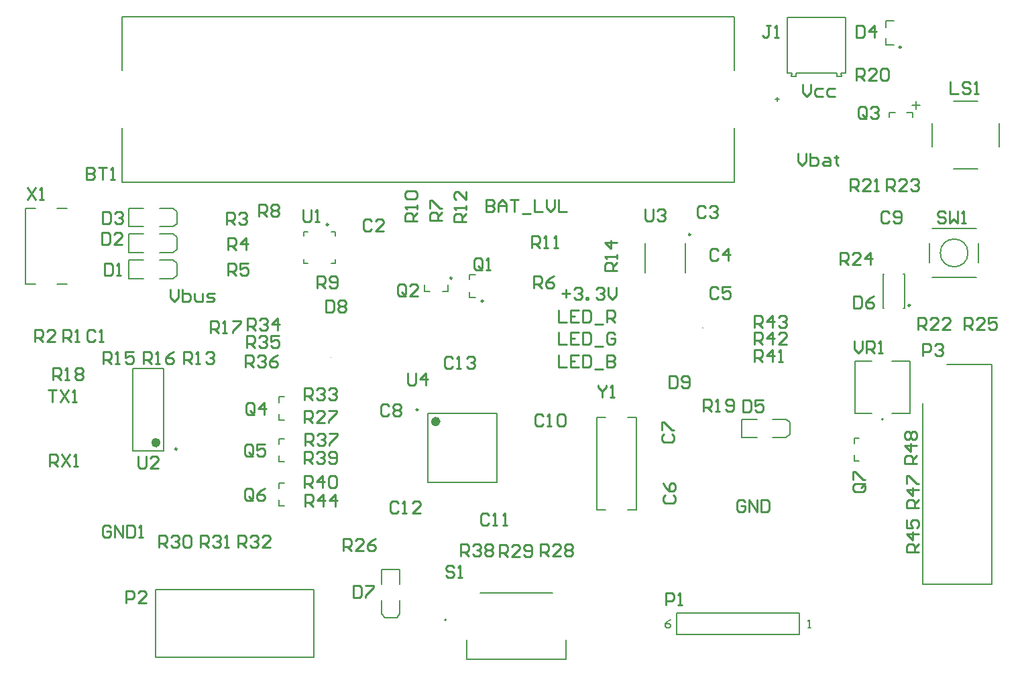
<source format=gbr>
%TF.GenerationSoftware,Altium Limited,Altium Designer,22.7.1 (60)*%
G04 Layer_Color=65535*
%FSLAX43Y43*%
%MOMM*%
%TF.SameCoordinates,9F5AA4AF-AB1A-42FA-95B2-595A31CD3D24*%
%TF.FilePolarity,Positive*%
%TF.FileFunction,Legend,Top*%
%TF.Part,Single*%
G01*
G75*
%TA.AperFunction,NonConductor*%
%ADD65C,0.250*%
%ADD66C,0.600*%
%ADD67C,0.200*%
%ADD68C,0.100*%
%ADD69C,0.127*%
%ADD70C,0.152*%
%ADD71C,0.254*%
D65*
X19601Y27582D02*
G03*
X19601Y27582I-125J0D01*
G01*
X50025Y32542D02*
G03*
X50025Y32542I-125J0D01*
G01*
X112142Y45743D02*
G03*
X112142Y45743I-125J0D01*
G01*
X111011Y78364D02*
G03*
X111011Y78364I-125J0D01*
G01*
X38691Y55942D02*
G03*
X38691Y55942I-125J0D01*
G01*
X84426Y54682D02*
G03*
X84426Y54682I-125J0D01*
G01*
X58249Y46279D02*
G03*
X58249Y46279I-125J0D01*
G01*
X54323Y49179D02*
G03*
X54323Y49179I-125J0D01*
G01*
D66*
X17226Y28382D02*
G03*
X17226Y28382I-300J0D01*
G01*
X52550Y31042D02*
G03*
X52550Y31042I-300J0D01*
G01*
D67*
X53572Y5991D02*
G03*
X53572Y5991I-100J0D01*
G01*
X108739Y31332D02*
G03*
X108739Y31332I-100J0D01*
G01*
X17926Y27382D02*
Y37782D01*
X14026Y27382D02*
Y37782D01*
Y27382D02*
X17926D01*
X14026Y37782D02*
X17926D01*
X420Y58000D02*
X1700D01*
X420Y48420D02*
Y58000D01*
Y48420D02*
X1700D01*
X4420Y58000D02*
X5670D01*
X4420Y48420D02*
X5670D01*
X12617Y82233D02*
X89934D01*
Y61329D02*
Y68171D01*
Y75391D02*
Y82233D01*
X12617Y61329D02*
X89934D01*
X12617D02*
Y68171D01*
Y75391D02*
Y82233D01*
X95101Y71781D02*
X95601D01*
X95351Y71531D02*
Y72031D01*
X45430Y10475D02*
Y12375D01*
X47730Y10475D02*
Y12375D01*
X45430D02*
X47730D01*
X45830Y6275D02*
X47330D01*
X45430Y6775D02*
Y8475D01*
X47330Y6275D02*
X47730Y6775D01*
X45430D02*
X45830Y6275D01*
X47730Y6775D02*
Y8475D01*
X51250Y23342D02*
X59950D01*
X51250Y32042D02*
X59950D01*
Y23342D02*
Y32042D01*
X51250Y23342D02*
Y32042D01*
X82660Y6845D02*
X98200D01*
Y4155D02*
Y6845D01*
X82660Y4155D02*
X98200D01*
X82660D02*
Y6845D01*
X113742Y10524D02*
Y33364D01*
Y10524D02*
X122462D01*
Y38294D01*
X116767D02*
X122462D01*
X77600Y19850D02*
Y31550D01*
X72600Y19850D02*
Y31550D01*
X76500D02*
X77600D01*
X76500Y19850D02*
X77600D01*
X72600Y31550D02*
X73700D01*
X72600Y19850D02*
X73700D01*
X17373Y57978D02*
X19073D01*
X19073Y55678D02*
X19573Y56078D01*
X19073Y57978D02*
X19573Y57578D01*
X17373Y55678D02*
X19073D01*
X19573Y56078D02*
Y57578D01*
X13473Y55678D02*
Y57978D01*
X15373D01*
X13473Y55678D02*
X15373D01*
X17373Y51434D02*
X19073D01*
X19073Y49134D02*
X19573Y49534D01*
X19073Y51434D02*
X19573Y51034D01*
X17373Y49134D02*
X19073D01*
X19573Y49534D02*
Y51034D01*
X13473Y49134D02*
Y51434D01*
X15373D01*
X13473Y49134D02*
X15373D01*
X17373Y54743D02*
X19073D01*
X19073Y52443D02*
X19573Y52843D01*
X19073Y54743D02*
X19573Y54343D01*
X17373Y52443D02*
X19073D01*
X19573Y52843D02*
Y54343D01*
X13473Y52443D02*
Y54743D01*
X15373D01*
X13473Y52443D02*
X15373D01*
X32475Y34166D02*
X33125D01*
X32475Y33436D02*
Y34166D01*
Y31246D02*
X33125D01*
X32475D02*
Y31976D01*
Y28895D02*
X33125D01*
X32475Y28164D02*
Y28895D01*
Y25975D02*
X33125D01*
X32475D02*
Y26705D01*
X32495Y23310D02*
X33145D01*
X32495Y22580D02*
Y23310D01*
Y20390D02*
X33145D01*
X32495D02*
Y21120D01*
X108752Y45410D02*
Y49655D01*
X111417Y45410D02*
Y49655D01*
X111324Y49656D02*
X111417Y49655D01*
X111324Y45410D02*
X111417Y45410D01*
X108752D02*
X108844Y45410D01*
X108752Y49655D02*
X108844Y49656D01*
X96622Y75084D02*
Y82084D01*
X104022Y75084D02*
Y82084D01*
X96622D02*
X104022D01*
X102867Y74684D02*
X103517D01*
X103442Y75084D02*
X103517Y74684D01*
X102867D02*
X102942Y75084D01*
X103442D02*
X104022D01*
X97702D02*
X97777Y74684D01*
X97127D02*
X97202Y75084D01*
X97127Y74684D02*
X97777D01*
X96622Y75084D02*
X97202D01*
X97702D02*
X102942D01*
X109086Y80864D02*
Y81664D01*
X110086D01*
X109086Y78664D02*
Y79464D01*
Y78664D02*
X110086D01*
X109526Y70121D02*
X110256D01*
X109526Y69471D02*
Y70121D01*
X111716D02*
X112446D01*
Y69471D02*
Y70121D01*
X39066Y55013D02*
X39566D01*
Y54513D02*
Y55013D01*
X35566D02*
X36066D01*
X35566Y54513D02*
Y55013D01*
X39066Y51013D02*
X39566D01*
Y51513D01*
X35566Y51013D02*
X36066D01*
X35566D02*
Y51513D01*
X83801Y49882D02*
Y53582D01*
X78701Y49882D02*
Y53582D01*
X36858Y1286D02*
Y9786D01*
X16858D02*
X36858D01*
X16858Y1286D02*
Y9786D01*
Y1286D02*
X36858D01*
X56474Y48979D02*
Y49639D01*
X57289D01*
X56474Y46719D02*
Y47379D01*
Y46719D02*
X57289D01*
X94811Y31351D02*
X96511D01*
X96511Y29051D02*
X97011Y29451D01*
X96511Y31351D02*
X97011Y30951D01*
X94811Y29051D02*
X96511D01*
X97011Y29451D02*
Y30951D01*
X90911Y29051D02*
Y31351D01*
X92811D01*
X90911Y29051D02*
X92811D01*
X105064Y28982D02*
X105714D01*
X105064Y28252D02*
Y28982D01*
Y26062D02*
X105714D01*
X105064D02*
Y26792D01*
X50838Y47529D02*
X51498D01*
X50838D02*
Y48344D01*
X53098Y47529D02*
X53758D01*
Y48344D01*
D68*
X39100Y39110D02*
G03*
X39000Y39110I-50J0D01*
G01*
D02*
G03*
X39100Y39110I50J0D01*
G01*
X86000Y42890D02*
G03*
X85900Y42890I-50J0D01*
G01*
D02*
G03*
X86000Y42890I50J0D01*
G01*
D69*
X119454Y52359D02*
G03*
X119454Y52359I-1750J0D01*
G01*
X57908Y9391D02*
X66952D01*
X56180Y991D02*
Y3455D01*
X57958Y9391D02*
X66902D01*
X68680Y991D02*
Y3455D01*
X65930Y991D02*
X68680D01*
X58930D02*
X65930D01*
X56180D02*
X58930D01*
X56180D02*
Y3355D01*
X57858Y9391D02*
X67002D01*
X68680Y991D02*
Y3355D01*
X65930Y991D02*
X68680D01*
X58930D02*
X65930D01*
X56180D02*
X58930D01*
X117670Y71516D02*
X120670D01*
X123420Y65766D02*
Y68766D01*
X117670Y63016D02*
X120670D01*
X114920Y65766D02*
Y68766D01*
X112420Y71016D02*
X113420D01*
X112920Y70516D02*
Y71516D01*
X120804Y51119D02*
Y53599D01*
X114914Y55459D02*
X120494D01*
X114914Y49259D02*
X120494D01*
X114604Y51119D02*
Y53599D01*
X109874Y32096D02*
X112159D01*
X105169D02*
X107334D01*
X105169D02*
Y38696D01*
X107334D01*
X109874D02*
X112159D01*
X112169Y32096D02*
Y38696D01*
D70*
X99250Y5000D02*
X99589D01*
X99419D01*
Y6016D01*
X99250Y5846D01*
X81927Y6016D02*
X81589Y5846D01*
X81250Y5508D01*
Y5169D01*
X81419Y5000D01*
X81758D01*
X81927Y5169D01*
Y5339D01*
X81758Y5508D01*
X81250D01*
D71*
X38430Y46362D02*
Y44838D01*
X39192D01*
X39446Y45092D01*
Y46108D01*
X39192Y46362D01*
X38430D01*
X39954Y46108D02*
X40208Y46362D01*
X40716D01*
X40970Y46108D01*
Y45854D01*
X40716Y45600D01*
X40970Y45346D01*
Y45092D01*
X40716Y44838D01*
X40208D01*
X39954Y45092D01*
Y45346D01*
X40208Y45600D01*
X39954Y45854D01*
Y46108D01*
X40208Y45600D02*
X40716D01*
X91299Y20865D02*
X91046Y21119D01*
X90538D01*
X90284Y20865D01*
Y19850D01*
X90538Y19596D01*
X91046D01*
X91299Y19850D01*
Y20357D01*
X90792D01*
X91807Y19596D02*
Y21119D01*
X92823Y19596D01*
Y21119D01*
X93331D02*
Y19596D01*
X94093D01*
X94346Y19850D01*
Y20865D01*
X94093Y21119D01*
X93331D01*
X105143Y41261D02*
Y40246D01*
X105651Y39738D01*
X106158Y40246D01*
Y41261D01*
X106666Y39738D02*
Y41261D01*
X107428D01*
X107682Y41007D01*
Y40500D01*
X107428Y40246D01*
X106666D01*
X107174D02*
X107682Y39738D01*
X108190D02*
X108698D01*
X108444D01*
Y41261D01*
X108190Y41007D01*
X35550Y57783D02*
Y56513D01*
X35804Y56259D01*
X36312D01*
X36566Y56513D01*
Y57783D01*
X37074Y56259D02*
X37582D01*
X37328D01*
Y57783D01*
X37074Y57529D01*
X5221Y41154D02*
Y42678D01*
X5983D01*
X6237Y42424D01*
Y41916D01*
X5983Y41662D01*
X5221D01*
X5729D02*
X6237Y41154D01*
X6744D02*
X7252D01*
X6998D01*
Y42678D01*
X6744Y42424D01*
X72732Y35623D02*
Y35369D01*
X73240Y34861D01*
X73748Y35369D01*
Y35623D01*
X73240Y34861D02*
Y34099D01*
X74256D02*
X74764D01*
X74510D01*
Y35623D01*
X74256Y35369D01*
X753Y60572D02*
X1769Y59048D01*
Y60572D02*
X753Y59048D01*
X2277D02*
X2785D01*
X2531D01*
Y60572D01*
X2277Y60318D01*
X18771Y47758D02*
Y46742D01*
X19279Y46234D01*
X19787Y46742D01*
Y47758D01*
X20294D02*
Y46234D01*
X21056D01*
X21310Y46488D01*
Y46742D01*
Y46996D01*
X21056Y47250D01*
X20294D01*
X21818D02*
Y46488D01*
X22072Y46234D01*
X22834D01*
Y47250D01*
X23341Y46234D02*
X24103D01*
X24357Y46488D01*
X24103Y46742D01*
X23595D01*
X23341Y46996D01*
X23595Y47250D01*
X24357D01*
X98591Y73622D02*
Y72606D01*
X99098Y72098D01*
X99606Y72606D01*
Y73622D01*
X101130Y73114D02*
X100368D01*
X100114Y72860D01*
Y72352D01*
X100368Y72098D01*
X101130D01*
X102653Y73114D02*
X101892D01*
X101638Y72860D01*
Y72352D01*
X101892Y72098D01*
X102653D01*
X98019Y64967D02*
Y63951D01*
X98527Y63443D01*
X99034Y63951D01*
Y64967D01*
X99542D02*
Y63443D01*
X100304D01*
X100558Y63697D01*
Y63951D01*
Y64205D01*
X100304Y64459D01*
X99542D01*
X101320D02*
X101828D01*
X102082Y64205D01*
Y63443D01*
X101320D01*
X101066Y63697D01*
X101320Y63951D01*
X102082D01*
X102843Y64713D02*
Y64459D01*
X102589D01*
X103097D01*
X102843D01*
Y63697D01*
X103097Y63443D01*
X48678Y37153D02*
Y35883D01*
X48932Y35629D01*
X49440D01*
X49694Y35883D01*
Y37153D01*
X50963Y35629D02*
Y37153D01*
X50201Y36391D01*
X51217D01*
X78675Y57930D02*
Y56660D01*
X78929Y56406D01*
X79437D01*
X79691Y56660D01*
Y57930D01*
X80199Y57676D02*
X80453Y57930D01*
X80961D01*
X81215Y57676D01*
Y57422D01*
X80961Y57168D01*
X80707D01*
X80961D01*
X81215Y56914D01*
Y56660D01*
X80961Y56406D01*
X80453D01*
X80199Y56660D01*
X14706Y26676D02*
Y25406D01*
X14960Y25152D01*
X15468D01*
X15722Y25406D01*
Y26676D01*
X17246Y25152D02*
X16230D01*
X17246Y26168D01*
Y26422D01*
X16992Y26676D01*
X16484D01*
X16230Y26422D01*
X3339Y35044D02*
X4355D01*
X3847D01*
Y33521D01*
X4863Y35044D02*
X5878Y33521D01*
Y35044D02*
X4863Y33521D01*
X6386D02*
X6894D01*
X6640D01*
Y35044D01*
X6386Y34790D01*
X116586Y57404D02*
X116332Y57658D01*
X115825D01*
X115571Y57404D01*
Y57150D01*
X115825Y56896D01*
X116332D01*
X116586Y56642D01*
Y56388D01*
X116332Y56134D01*
X115825D01*
X115571Y56388D01*
X117094Y57658D02*
Y56134D01*
X117602Y56642D01*
X118110Y56134D01*
Y57658D01*
X118618Y56134D02*
X119125D01*
X118872D01*
Y57658D01*
X118618Y57404D01*
X54546Y12610D02*
X54292Y12864D01*
X53784D01*
X53530Y12610D01*
Y12356D01*
X53784Y12102D01*
X54292D01*
X54546Y11848D01*
Y11595D01*
X54292Y11341D01*
X53784D01*
X53530Y11595D01*
X55054Y11341D02*
X55561D01*
X55307D01*
Y12864D01*
X55054Y12610D01*
X3531Y25406D02*
Y26930D01*
X4292D01*
X4546Y26676D01*
Y26168D01*
X4292Y25914D01*
X3531D01*
X4038D02*
X4546Y25406D01*
X5054Y26930D02*
X6070Y25406D01*
Y26930D02*
X5054Y25406D01*
X6578D02*
X7085D01*
X6832D01*
Y26930D01*
X6578Y26676D01*
X112957Y25745D02*
X111433D01*
Y26506D01*
X111687Y26760D01*
X112195D01*
X112449Y26506D01*
Y25745D01*
Y26252D02*
X112957Y26760D01*
Y28030D02*
X111433D01*
X112195Y27268D01*
Y28284D01*
X111687Y28792D02*
X111433Y29046D01*
Y29553D01*
X111687Y29807D01*
X111941D01*
X112195Y29553D01*
X112449Y29807D01*
X112703D01*
X112957Y29553D01*
Y29046D01*
X112703Y28792D01*
X112449D01*
X112195Y29046D01*
X111941Y28792D01*
X111687D01*
X112195Y29046D02*
Y29553D01*
X113211Y20157D02*
X111687D01*
Y20918D01*
X111941Y21172D01*
X112449D01*
X112703Y20918D01*
Y20157D01*
Y20664D02*
X113211Y21172D01*
Y22442D02*
X111687D01*
X112449Y21680D01*
Y22696D01*
X111687Y23204D02*
Y24219D01*
X111941D01*
X112957Y23204D01*
X113211D01*
Y14569D02*
X111687D01*
Y15330D01*
X111941Y15584D01*
X112449D01*
X112703Y15330D01*
Y14569D01*
Y15076D02*
X113211Y15584D01*
Y16854D02*
X111687D01*
X112449Y16092D01*
Y17108D01*
X111687Y18631D02*
Y17616D01*
X112449D01*
X112195Y18124D01*
Y18377D01*
X112449Y18631D01*
X112957D01*
X113211Y18377D01*
Y17870D01*
X112957Y17616D01*
X35789Y20326D02*
Y21850D01*
X36550D01*
X36804Y21596D01*
Y21088D01*
X36550Y20834D01*
X35789D01*
X36296D02*
X36804Y20326D01*
X38074D02*
Y21850D01*
X37312Y21088D01*
X38328D01*
X39597Y20326D02*
Y21850D01*
X38836Y21088D01*
X39851D01*
X92518Y42924D02*
Y44448D01*
X93280D01*
X93534Y44194D01*
Y43686D01*
X93280Y43432D01*
X92518D01*
X93026D02*
X93534Y42924D01*
X94804D02*
Y44448D01*
X94042Y43686D01*
X95058D01*
X95565Y44194D02*
X95819Y44448D01*
X96327D01*
X96581Y44194D01*
Y43940D01*
X96327Y43686D01*
X96073D01*
X96327D01*
X96581Y43432D01*
Y43178D01*
X96327Y42924D01*
X95819D01*
X95565Y43178D01*
X92518Y40760D02*
Y42284D01*
X93280D01*
X93534Y42030D01*
Y41522D01*
X93280Y41268D01*
X92518D01*
X93026D02*
X93534Y40760D01*
X94804D02*
Y42284D01*
X94042Y41522D01*
X95058D01*
X96581Y40760D02*
X95565D01*
X96581Y41776D01*
Y42030D01*
X96327Y42284D01*
X95819D01*
X95565Y42030D01*
X92518Y38606D02*
Y40130D01*
X93280D01*
X93534Y39876D01*
Y39368D01*
X93280Y39114D01*
X92518D01*
X93026D02*
X93534Y38606D01*
X94804D02*
Y40130D01*
X94042Y39368D01*
X95057D01*
X95565Y38606D02*
X96073D01*
X95819D01*
Y40130D01*
X95565Y39876D01*
X35710Y22687D02*
Y24211D01*
X36471D01*
X36725Y23957D01*
Y23449D01*
X36471Y23195D01*
X35710D01*
X36217D02*
X36725Y22687D01*
X37995D02*
Y24211D01*
X37233Y23449D01*
X38249D01*
X38757Y23957D02*
X39011Y24211D01*
X39518D01*
X39772Y23957D01*
Y22941D01*
X39518Y22687D01*
X39011D01*
X38757Y22941D01*
Y23957D01*
X35710Y25723D02*
Y27246D01*
X36471D01*
X36725Y26992D01*
Y26485D01*
X36471Y26231D01*
X35710D01*
X36217D02*
X36725Y25723D01*
X37233Y26992D02*
X37487Y27246D01*
X37995D01*
X38249Y26992D01*
Y26738D01*
X37995Y26485D01*
X37741D01*
X37995D01*
X38249Y26231D01*
Y25977D01*
X37995Y25723D01*
X37487D01*
X37233Y25977D01*
X38757D02*
X39011Y25723D01*
X39518D01*
X39772Y25977D01*
Y26992D01*
X39518Y27246D01*
X39011D01*
X38757Y26992D01*
Y26738D01*
X39011Y26485D01*
X39772D01*
X55369Y14038D02*
Y15562D01*
X56130D01*
X56384Y15308D01*
Y14800D01*
X56130Y14546D01*
X55369D01*
X55876D02*
X56384Y14038D01*
X56892Y15308D02*
X57146Y15562D01*
X57654D01*
X57908Y15308D01*
Y15054D01*
X57654Y14800D01*
X57400D01*
X57654D01*
X57908Y14546D01*
Y14292D01*
X57654Y14038D01*
X57146D01*
X56892Y14292D01*
X58416Y15308D02*
X58670Y15562D01*
X59177D01*
X59431Y15308D01*
Y15054D01*
X59177Y14800D01*
X59431Y14546D01*
Y14292D01*
X59177Y14038D01*
X58670D01*
X58416Y14292D01*
Y14546D01*
X58670Y14800D01*
X58416Y15054D01*
Y15308D01*
X58670Y14800D02*
X59177D01*
X35787Y28009D02*
Y29532D01*
X36549D01*
X36803Y29278D01*
Y28771D01*
X36549Y28517D01*
X35787D01*
X36295D02*
X36803Y28009D01*
X37311Y29278D02*
X37565Y29532D01*
X38073D01*
X38326Y29278D01*
Y29024D01*
X38073Y28771D01*
X37819D01*
X38073D01*
X38326Y28517D01*
Y28263D01*
X38073Y28009D01*
X37565D01*
X37311Y28263D01*
X38834Y29532D02*
X39850D01*
Y29278D01*
X38834Y28263D01*
Y28009D01*
X28269Y37938D02*
Y39462D01*
X29030D01*
X29284Y39208D01*
Y38700D01*
X29030Y38446D01*
X28269D01*
X28776D02*
X29284Y37938D01*
X29792Y39208D02*
X30046Y39462D01*
X30554D01*
X30808Y39208D01*
Y38954D01*
X30554Y38700D01*
X30300D01*
X30554D01*
X30808Y38446D01*
Y38192D01*
X30554Y37938D01*
X30046D01*
X29792Y38192D01*
X32331Y39462D02*
X31824Y39208D01*
X31316Y38700D01*
Y38192D01*
X31570Y37938D01*
X32077D01*
X32331Y38192D01*
Y38446D01*
X32077Y38700D01*
X31316D01*
X28369Y40368D02*
Y41892D01*
X29130D01*
X29384Y41638D01*
Y41130D01*
X29130Y40876D01*
X28369D01*
X28876D02*
X29384Y40368D01*
X29892Y41638D02*
X30146Y41892D01*
X30654D01*
X30908Y41638D01*
Y41384D01*
X30654Y41130D01*
X30400D01*
X30654D01*
X30908Y40876D01*
Y40622D01*
X30654Y40368D01*
X30146D01*
X29892Y40622D01*
X32431Y41892D02*
X31416D01*
Y41130D01*
X31924Y41384D01*
X32177D01*
X32431Y41130D01*
Y40622D01*
X32177Y40368D01*
X31670D01*
X31416Y40622D01*
X28469Y42568D02*
Y44092D01*
X29230D01*
X29484Y43838D01*
Y43330D01*
X29230Y43076D01*
X28469D01*
X28976D02*
X29484Y42568D01*
X29992Y43838D02*
X30246Y44092D01*
X30754D01*
X31008Y43838D01*
Y43584D01*
X30754Y43330D01*
X30500D01*
X30754D01*
X31008Y43076D01*
Y42822D01*
X30754Y42568D01*
X30246D01*
X29992Y42822D01*
X32277Y42568D02*
Y44092D01*
X31516Y43330D01*
X32531D01*
X35710Y33754D02*
Y35278D01*
X36471D01*
X36725Y35024D01*
Y34516D01*
X36471Y34262D01*
X35710D01*
X36217D02*
X36725Y33754D01*
X37233Y35024D02*
X37487Y35278D01*
X37995D01*
X38249Y35024D01*
Y34770D01*
X37995Y34516D01*
X37741D01*
X37995D01*
X38249Y34262D01*
Y34008D01*
X37995Y33754D01*
X37487D01*
X37233Y34008D01*
X38757Y35024D02*
X39011Y35278D01*
X39518D01*
X39772Y35024D01*
Y34770D01*
X39518Y34516D01*
X39264D01*
X39518D01*
X39772Y34262D01*
Y34008D01*
X39518Y33754D01*
X39011D01*
X38757Y34008D01*
X27327Y15138D02*
Y16662D01*
X28088D01*
X28342Y16408D01*
Y15900D01*
X28088Y15646D01*
X27327D01*
X27834D02*
X28342Y15138D01*
X28850Y16408D02*
X29104Y16662D01*
X29612D01*
X29866Y16408D01*
Y16154D01*
X29612Y15900D01*
X29358D01*
X29612D01*
X29866Y15646D01*
Y15392D01*
X29612Y15138D01*
X29104D01*
X28850Y15392D01*
X31389Y15138D02*
X30374D01*
X31389Y16154D01*
Y16408D01*
X31135Y16662D01*
X30628D01*
X30374Y16408D01*
X22581Y15138D02*
Y16662D01*
X23342D01*
X23596Y16408D01*
Y15900D01*
X23342Y15646D01*
X22581D01*
X23088D02*
X23596Y15138D01*
X24104Y16408D02*
X24358Y16662D01*
X24866D01*
X25120Y16408D01*
Y16154D01*
X24866Y15900D01*
X24612D01*
X24866D01*
X25120Y15646D01*
Y15392D01*
X24866Y15138D01*
X24358D01*
X24104Y15392D01*
X25628Y15138D02*
X26135D01*
X25882D01*
Y16662D01*
X25628Y16408D01*
X17269Y15138D02*
Y16662D01*
X18030D01*
X18284Y16408D01*
Y15900D01*
X18030Y15646D01*
X17269D01*
X17776D02*
X18284Y15138D01*
X18792Y16408D02*
X19046Y16662D01*
X19554D01*
X19808Y16408D01*
Y16154D01*
X19554Y15900D01*
X19300D01*
X19554D01*
X19808Y15646D01*
Y15392D01*
X19554Y15138D01*
X19046D01*
X18792Y15392D01*
X20316Y16408D02*
X20570Y16662D01*
X21077D01*
X21331Y16408D01*
Y15392D01*
X21077Y15138D01*
X20570D01*
X20316Y15392D01*
Y16408D01*
X60357Y14003D02*
Y15527D01*
X61118D01*
X61372Y15273D01*
Y14765D01*
X61118Y14511D01*
X60357D01*
X60864D02*
X61372Y14003D01*
X62896D02*
X61880D01*
X62896Y15019D01*
Y15273D01*
X62642Y15527D01*
X62134D01*
X61880Y15273D01*
X63404Y14257D02*
X63658Y14003D01*
X64165D01*
X64419Y14257D01*
Y15273D01*
X64165Y15527D01*
X63658D01*
X63404Y15273D01*
Y15019D01*
X63658Y14765D01*
X64419D01*
X65469Y14038D02*
Y15562D01*
X66230D01*
X66484Y15308D01*
Y14800D01*
X66230Y14546D01*
X65469D01*
X65976D02*
X66484Y14038D01*
X68008D02*
X66992D01*
X68008Y15054D01*
Y15308D01*
X67754Y15562D01*
X67246D01*
X66992Y15308D01*
X68516D02*
X68770Y15562D01*
X69277D01*
X69531Y15308D01*
Y15054D01*
X69277Y14800D01*
X69531Y14546D01*
Y14292D01*
X69277Y14038D01*
X68770D01*
X68516Y14292D01*
Y14546D01*
X68770Y14800D01*
X68516Y15054D01*
Y15308D01*
X68770Y14800D02*
X69277D01*
X35710Y30930D02*
Y32454D01*
X36471D01*
X36725Y32200D01*
Y31692D01*
X36471Y31438D01*
X35710D01*
X36217D02*
X36725Y30930D01*
X38249D02*
X37233D01*
X38249Y31946D01*
Y32200D01*
X37995Y32454D01*
X37487D01*
X37233Y32200D01*
X38757Y32454D02*
X39772D01*
Y32200D01*
X38757Y31184D01*
Y30930D01*
X40569Y14738D02*
Y16262D01*
X41330D01*
X41584Y16008D01*
Y15500D01*
X41330Y15246D01*
X40569D01*
X41076D02*
X41584Y14738D01*
X43108D02*
X42092D01*
X43108Y15754D01*
Y16008D01*
X42854Y16262D01*
X42346D01*
X42092Y16008D01*
X44631Y16262D02*
X44124Y16008D01*
X43616Y15500D01*
Y14992D01*
X43870Y14738D01*
X44377D01*
X44631Y14992D01*
Y15246D01*
X44377Y15500D01*
X43616D01*
X118960Y42672D02*
Y44196D01*
X119722D01*
X119975Y43942D01*
Y43434D01*
X119722Y43180D01*
X118960D01*
X119468D02*
X119975Y42672D01*
X121499D02*
X120483D01*
X121499Y43688D01*
Y43942D01*
X121245Y44196D01*
X120737D01*
X120483Y43942D01*
X123022Y44196D02*
X122007D01*
Y43434D01*
X122515Y43688D01*
X122769D01*
X123022Y43434D01*
Y42926D01*
X122769Y42672D01*
X122261D01*
X122007Y42926D01*
X103369Y50838D02*
Y52362D01*
X104130D01*
X104384Y52108D01*
Y51600D01*
X104130Y51346D01*
X103369D01*
X103876D02*
X104384Y50838D01*
X105908D02*
X104892D01*
X105908Y51854D01*
Y52108D01*
X105654Y52362D01*
X105146D01*
X104892Y52108D01*
X107177Y50838D02*
Y52362D01*
X106416Y51600D01*
X107431D01*
X109195Y60204D02*
Y61728D01*
X109956D01*
X110210Y61474D01*
Y60966D01*
X109956Y60712D01*
X109195D01*
X109702D02*
X110210Y60204D01*
X111734D02*
X110718D01*
X111734Y61220D01*
Y61474D01*
X111480Y61728D01*
X110972D01*
X110718Y61474D01*
X112242D02*
X112496Y61728D01*
X113003D01*
X113257Y61474D01*
Y61220D01*
X113003Y60966D01*
X112749D01*
X113003D01*
X113257Y60712D01*
Y60458D01*
X113003Y60204D01*
X112496D01*
X112242Y60458D01*
X113156Y42672D02*
Y44196D01*
X113917D01*
X114171Y43942D01*
Y43434D01*
X113917Y43180D01*
X113156D01*
X113664D02*
X114171Y42672D01*
X115695D02*
X114679D01*
X115695Y43688D01*
Y43942D01*
X115441Y44196D01*
X114933D01*
X114679Y43942D01*
X117218Y42672D02*
X116203D01*
X117218Y43688D01*
Y43942D01*
X116964Y44196D01*
X116457D01*
X116203Y43942D01*
X104623Y60204D02*
Y61728D01*
X105384D01*
X105638Y61474D01*
Y60966D01*
X105384Y60712D01*
X104623D01*
X105130D02*
X105638Y60204D01*
X107162D02*
X106146D01*
X107162Y61220D01*
Y61474D01*
X106908Y61728D01*
X106400D01*
X106146Y61474D01*
X107670Y60204D02*
X108177D01*
X107924D01*
Y61728D01*
X107670Y61474D01*
X105385Y74174D02*
Y75698D01*
X106146D01*
X106400Y75444D01*
Y74936D01*
X106146Y74682D01*
X105385D01*
X105892D02*
X106400Y74174D01*
X107924D02*
X106908D01*
X107924Y75190D01*
Y75444D01*
X107670Y75698D01*
X107162D01*
X106908Y75444D01*
X108432D02*
X108686Y75698D01*
X109193D01*
X109447Y75444D01*
Y74428D01*
X109193Y74174D01*
X108686D01*
X108432Y74428D01*
Y75444D01*
X86096Y32338D02*
Y33862D01*
X86857D01*
X87111Y33608D01*
Y33100D01*
X86857Y32846D01*
X86096D01*
X86603D02*
X87111Y32338D01*
X87619D02*
X88127D01*
X87873D01*
Y33862D01*
X87619Y33608D01*
X88889Y32592D02*
X89143Y32338D01*
X89650D01*
X89904Y32592D01*
Y33608D01*
X89650Y33862D01*
X89143D01*
X88889Y33608D01*
Y33354D01*
X89143Y33100D01*
X89904D01*
X3912Y36328D02*
Y37852D01*
X4673D01*
X4927Y37598D01*
Y37090D01*
X4673Y36836D01*
X3912D01*
X4419D02*
X4927Y36328D01*
X5435D02*
X5943D01*
X5689D01*
Y37852D01*
X5435Y37598D01*
X6705D02*
X6959Y37852D01*
X7466D01*
X7720Y37598D01*
Y37344D01*
X7466Y37090D01*
X7720Y36836D01*
Y36582D01*
X7466Y36328D01*
X6959D01*
X6705Y36582D01*
Y36836D01*
X6959Y37090D01*
X6705Y37344D01*
Y37598D01*
X6959Y37090D02*
X7466D01*
X23858Y42220D02*
Y43744D01*
X24620D01*
X24874Y43490D01*
Y42982D01*
X24620Y42728D01*
X23858D01*
X24366D02*
X24874Y42220D01*
X25382D02*
X25890D01*
X25636D01*
Y43744D01*
X25382Y43490D01*
X26652Y43744D02*
X27667D01*
Y43490D01*
X26652Y42474D01*
Y42220D01*
X15342Y38360D02*
Y39884D01*
X16103D01*
X16357Y39630D01*
Y39122D01*
X16103Y38868D01*
X15342D01*
X15849D02*
X16357Y38360D01*
X16865D02*
X17373D01*
X17119D01*
Y39884D01*
X16865Y39630D01*
X19150Y39884D02*
X18643Y39630D01*
X18135Y39122D01*
Y38614D01*
X18389Y38360D01*
X18896D01*
X19150Y38614D01*
Y38868D01*
X18896Y39122D01*
X18135D01*
X10262Y38360D02*
Y39884D01*
X11023D01*
X11277Y39630D01*
Y39122D01*
X11023Y38868D01*
X10262D01*
X10769D02*
X11277Y38360D01*
X11785D02*
X12293D01*
X12039D01*
Y39884D01*
X11785Y39630D01*
X14070Y39884D02*
X13055D01*
Y39122D01*
X13563Y39376D01*
X13816D01*
X14070Y39122D01*
Y38614D01*
X13816Y38360D01*
X13309D01*
X13055Y38614D01*
X75162Y50096D02*
X73638D01*
Y50857D01*
X73892Y51111D01*
X74400D01*
X74654Y50857D01*
Y50096D01*
Y50603D02*
X75162Y51111D01*
Y51619D02*
Y52127D01*
Y51873D01*
X73638D01*
X73892Y51619D01*
X75162Y53650D02*
X73638D01*
X74400Y52889D01*
Y53904D01*
X20422Y38360D02*
Y39884D01*
X21183D01*
X21437Y39630D01*
Y39122D01*
X21183Y38868D01*
X20422D01*
X20929D02*
X21437Y38360D01*
X21945D02*
X22453D01*
X22199D01*
Y39884D01*
X21945Y39630D01*
X23215D02*
X23469Y39884D01*
X23976D01*
X24230Y39630D01*
Y39376D01*
X23976Y39122D01*
X23723D01*
X23976D01*
X24230Y38868D01*
Y38614D01*
X23976Y38360D01*
X23469D01*
X23215Y38614D01*
X56062Y56296D02*
X54538D01*
Y57057D01*
X54792Y57311D01*
X55300D01*
X55554Y57057D01*
Y56296D01*
Y56803D02*
X56062Y57311D01*
Y57819D02*
Y58327D01*
Y58073D01*
X54538D01*
X54792Y57819D01*
X56062Y60104D02*
Y59089D01*
X55046Y60104D01*
X54792D01*
X54538Y59850D01*
Y59343D01*
X54792Y59089D01*
X64364Y52978D02*
Y54502D01*
X65125D01*
X65379Y54248D01*
Y53740D01*
X65125Y53486D01*
X64364D01*
X64871D02*
X65379Y52978D01*
X65887D02*
X66395D01*
X66141D01*
Y54502D01*
X65887Y54248D01*
X67157Y52978D02*
X67664D01*
X67411D01*
Y54502D01*
X67157Y54248D01*
X49862Y56396D02*
X48338D01*
Y57157D01*
X48592Y57411D01*
X49100D01*
X49354Y57157D01*
Y56396D01*
Y56903D02*
X49862Y57411D01*
Y57919D02*
Y58427D01*
Y58173D01*
X48338D01*
X48592Y57919D01*
Y59189D02*
X48338Y59443D01*
Y59950D01*
X48592Y60204D01*
X49608D01*
X49862Y59950D01*
Y59443D01*
X49608Y59189D01*
X48592D01*
X37296Y47886D02*
Y49409D01*
X38058D01*
X38312Y49155D01*
Y48647D01*
X38058Y48393D01*
X37296D01*
X37804D02*
X38312Y47886D01*
X38820Y48140D02*
X39074Y47886D01*
X39582D01*
X39836Y48140D01*
Y49155D01*
X39582Y49409D01*
X39074D01*
X38820Y49155D01*
Y48901D01*
X39074Y48647D01*
X39836D01*
X29946Y56950D02*
Y58474D01*
X30708D01*
X30962Y58220D01*
Y57712D01*
X30708Y57458D01*
X29946D01*
X30454D02*
X30962Y56950D01*
X31470Y58220D02*
X31724Y58474D01*
X32232D01*
X32486Y58220D01*
Y57966D01*
X32232Y57712D01*
X32486Y57458D01*
Y57204D01*
X32232Y56950D01*
X31724D01*
X31470Y57204D01*
Y57458D01*
X31724Y57712D01*
X31470Y57966D01*
Y58220D01*
X31724Y57712D02*
X32232D01*
X53062Y56430D02*
X51538D01*
Y57192D01*
X51792Y57446D01*
X52300D01*
X52554Y57192D01*
Y56430D01*
Y56938D02*
X53062Y57446D01*
X51538Y57954D02*
Y58970D01*
X51792D01*
X52808Y57954D01*
X53062D01*
X64630Y47938D02*
Y49462D01*
X65392D01*
X65646Y49208D01*
Y48700D01*
X65392Y48446D01*
X64630D01*
X65138D02*
X65646Y47938D01*
X67170Y49462D02*
X66662Y49208D01*
X66154Y48700D01*
Y48192D01*
X66408Y47938D01*
X66916D01*
X67170Y48192D01*
Y48446D01*
X66916Y48700D01*
X66154D01*
X26056Y49536D02*
Y51060D01*
X26818D01*
X27072Y50806D01*
Y50298D01*
X26818Y50044D01*
X26056D01*
X26564D02*
X27072Y49536D01*
X28596Y51060D02*
X27580D01*
Y50298D01*
X28088Y50552D01*
X28342D01*
X28596Y50298D01*
Y49790D01*
X28342Y49536D01*
X27834D01*
X27580Y49790D01*
X26056Y52706D02*
Y54230D01*
X26818D01*
X27072Y53976D01*
Y53468D01*
X26818Y53214D01*
X26056D01*
X26564D02*
X27072Y52706D01*
X28342D02*
Y54230D01*
X27580Y53468D01*
X28596D01*
X25882Y55942D02*
Y57466D01*
X26644D01*
X26898Y57212D01*
Y56704D01*
X26644Y56450D01*
X25882D01*
X26390D02*
X26898Y55942D01*
X27406Y57212D02*
X27660Y57466D01*
X28168D01*
X28422Y57212D01*
Y56958D01*
X28168Y56704D01*
X27914D01*
X28168D01*
X28422Y56450D01*
Y56196D01*
X28168Y55942D01*
X27660D01*
X27406Y56196D01*
X1633Y41154D02*
Y42678D01*
X2395D01*
X2649Y42424D01*
Y41916D01*
X2395Y41662D01*
X1633D01*
X2141D02*
X2649Y41154D01*
X4173D02*
X3157D01*
X4173Y42170D01*
Y42424D01*
X3919Y42678D01*
X3411D01*
X3157Y42424D01*
X106222Y23204D02*
X105206D01*
X104952Y22950D01*
Y22442D01*
X105206Y22188D01*
X106222D01*
X106476Y22442D01*
Y22950D01*
X105968Y22696D02*
X106476Y23204D01*
Y22950D02*
X106222Y23204D01*
X104952Y23712D02*
Y24728D01*
X105206D01*
X106222Y23712D01*
X106476D01*
X29184Y21342D02*
Y22358D01*
X28930Y22612D01*
X28422D01*
X28168Y22358D01*
Y21342D01*
X28422Y21088D01*
X28930D01*
X28676Y21596D02*
X29184Y21088D01*
X28930D02*
X29184Y21342D01*
X30708Y22612D02*
X30200Y22358D01*
X29692Y21850D01*
Y21342D01*
X29946Y21088D01*
X30454D01*
X30708Y21342D01*
Y21596D01*
X30454Y21850D01*
X29692D01*
X29184Y26927D02*
Y27942D01*
X28930Y28196D01*
X28422D01*
X28168Y27942D01*
Y26927D01*
X28422Y26673D01*
X28930D01*
X28676Y27181D02*
X29184Y26673D01*
X28930D02*
X29184Y26927D01*
X30708Y28196D02*
X29692D01*
Y27434D01*
X30200Y27688D01*
X30454D01*
X30708Y27434D01*
Y26927D01*
X30454Y26673D01*
X29946D01*
X29692Y26927D01*
X29355Y32198D02*
Y33214D01*
X29101Y33468D01*
X28593D01*
X28339Y33214D01*
Y32198D01*
X28593Y31944D01*
X29101D01*
X28847Y32452D02*
X29355Y31944D01*
X29101D02*
X29355Y32198D01*
X30625Y31944D02*
Y33468D01*
X29863Y32706D01*
X30879D01*
X106654Y69602D02*
Y70618D01*
X106400Y70872D01*
X105892D01*
X105638Y70618D01*
Y69602D01*
X105892Y69348D01*
X106400D01*
X106146Y69856D02*
X106654Y69348D01*
X106400D02*
X106654Y69602D01*
X107162Y70618D02*
X107416Y70872D01*
X107924D01*
X108178Y70618D01*
Y70364D01*
X107924Y70110D01*
X107670D01*
X107924D01*
X108178Y69856D01*
Y69602D01*
X107924Y69348D01*
X107416D01*
X107162Y69602D01*
X48488Y47163D02*
Y48179D01*
X48234Y48433D01*
X47726D01*
X47472Y48179D01*
Y47163D01*
X47726Y46909D01*
X48234D01*
X47980Y47417D02*
X48488Y46909D01*
X48234D02*
X48488Y47163D01*
X50012Y46909D02*
X48996D01*
X50012Y47925D01*
Y48179D01*
X49758Y48433D01*
X49250D01*
X48996Y48179D01*
X58140Y50465D02*
Y51481D01*
X57886Y51735D01*
X57378D01*
X57124Y51481D01*
Y50465D01*
X57378Y50211D01*
X57886D01*
X57632Y50719D02*
X58140Y50211D01*
X57886D02*
X58140Y50465D01*
X58648Y50211D02*
X59156D01*
X58902D01*
Y51735D01*
X58648Y51481D01*
X113728Y39331D02*
Y40855D01*
X114490D01*
X114744Y40601D01*
Y40093D01*
X114490Y39839D01*
X113728D01*
X115252Y40601D02*
X115505Y40855D01*
X116013D01*
X116267Y40601D01*
Y40347D01*
X116013Y40093D01*
X115759D01*
X116013D01*
X116267Y39839D01*
Y39585D01*
X116013Y39331D01*
X115505D01*
X115252Y39585D01*
X13182Y8134D02*
Y9658D01*
X13944D01*
X14198Y9404D01*
Y8896D01*
X13944Y8642D01*
X13182D01*
X15722Y8134D02*
X14706D01*
X15722Y9150D01*
Y9404D01*
X15468Y9658D01*
X14960D01*
X14706Y9404D01*
X81343Y7835D02*
Y9359D01*
X82105D01*
X82359Y9105D01*
Y8597D01*
X82105Y8343D01*
X81343D01*
X82867Y7835D02*
X83374D01*
X83120D01*
Y9359D01*
X82867Y9105D01*
X117223Y73962D02*
Y72438D01*
X118238D01*
X119762Y73708D02*
X119508Y73962D01*
X119000D01*
X118746Y73708D01*
Y73454D01*
X119000Y73200D01*
X119508D01*
X119762Y72946D01*
Y72692D01*
X119508Y72438D01*
X119000D01*
X118746Y72692D01*
X120270Y72438D02*
X120777D01*
X120524D01*
Y73962D01*
X120270Y73708D01*
X67749Y45089D02*
Y43565D01*
X68765D01*
X70288Y45089D02*
X69273D01*
Y43565D01*
X70288D01*
X69273Y44327D02*
X69780D01*
X70796Y45089D02*
Y43565D01*
X71558D01*
X71812Y43819D01*
Y44835D01*
X71558Y45089D01*
X70796D01*
X72320Y43311D02*
X73335D01*
X73843Y43565D02*
Y45089D01*
X74605D01*
X74859Y44835D01*
Y44327D01*
X74605Y44073D01*
X73843D01*
X74351D02*
X74859Y43565D01*
X67749Y42289D02*
Y40765D01*
X68765D01*
X70288Y42289D02*
X69273D01*
Y40765D01*
X70288D01*
X69273Y41527D02*
X69780D01*
X70796Y42289D02*
Y40765D01*
X71558D01*
X71812Y41019D01*
Y42035D01*
X71558Y42289D01*
X70796D01*
X72320Y40511D02*
X73335D01*
X74859Y42035D02*
X74605Y42289D01*
X74097D01*
X73843Y42035D01*
Y41019D01*
X74097Y40765D01*
X74605D01*
X74859Y41019D01*
Y41527D01*
X74351D01*
X67749Y39489D02*
Y37965D01*
X68765D01*
X70288Y39489D02*
X69273D01*
Y37965D01*
X70288D01*
X69273Y38727D02*
X69780D01*
X70796Y39489D02*
Y37965D01*
X71558D01*
X71812Y38219D01*
Y39235D01*
X71558Y39489D01*
X70796D01*
X72320Y37711D02*
X73335D01*
X73843Y39489D02*
Y37965D01*
X74605D01*
X74859Y38219D01*
Y38473D01*
X74605Y38727D01*
X73843D01*
X74605D01*
X74859Y38981D01*
Y39235D01*
X74605Y39489D01*
X73843D01*
X94488Y81096D02*
X93980D01*
X94234D01*
Y79826D01*
X93980Y79572D01*
X93726D01*
X93472Y79826D01*
X94996Y79572D02*
X95504D01*
X95250D01*
Y81096D01*
X94996Y80842D01*
X11248Y17708D02*
X10995Y17962D01*
X10487D01*
X10233Y17708D01*
Y16692D01*
X10487Y16438D01*
X10995D01*
X11248Y16692D01*
Y17200D01*
X10741D01*
X11756Y16438D02*
Y17962D01*
X12772Y16438D01*
Y17962D01*
X13280D02*
Y16438D01*
X14042D01*
X14296Y16692D01*
Y17708D01*
X14042Y17962D01*
X13280D01*
X14803Y16438D02*
X15311D01*
X15057D01*
Y17962D01*
X14803Y17708D01*
X81730Y36814D02*
Y35290D01*
X82492D01*
X82746Y35544D01*
Y36560D01*
X82492Y36814D01*
X81730D01*
X83254Y35544D02*
X83508Y35290D01*
X84016D01*
X84270Y35544D01*
Y36560D01*
X84016Y36814D01*
X83508D01*
X83254Y36560D01*
Y36306D01*
X83508Y36052D01*
X84270D01*
X41830Y10362D02*
Y8838D01*
X42592D01*
X42846Y9092D01*
Y10108D01*
X42592Y10362D01*
X41830D01*
X43354D02*
X44370D01*
Y10108D01*
X43354Y9092D01*
Y8838D01*
X105039Y46862D02*
Y45338D01*
X105801D01*
X106055Y45592D01*
Y46608D01*
X105801Y46862D01*
X105039D01*
X107578D02*
X107070Y46608D01*
X106562Y46100D01*
Y45592D01*
X106816Y45338D01*
X107324D01*
X107578Y45592D01*
Y45846D01*
X107324Y46100D01*
X106562D01*
X91071Y33749D02*
Y32225D01*
X91832D01*
X92086Y32479D01*
Y33495D01*
X91832Y33749D01*
X91071D01*
X93610D02*
X92594D01*
Y32987D01*
X93102Y33241D01*
X93356D01*
X93610Y32987D01*
Y32479D01*
X93356Y32225D01*
X92848D01*
X92594Y32479D01*
X105384Y81096D02*
Y79572D01*
X106146D01*
X106400Y79826D01*
Y80842D01*
X106146Y81096D01*
X105384D01*
X107670Y79572D02*
Y81096D01*
X106908Y80334D01*
X107924D01*
X10198Y57590D02*
Y56066D01*
X10960D01*
X11214Y56320D01*
Y57336D01*
X10960Y57590D01*
X10198D01*
X11722Y57336D02*
X11976Y57590D01*
X12484D01*
X12738Y57336D01*
Y57082D01*
X12484Y56828D01*
X12230D01*
X12484D01*
X12738Y56574D01*
Y56320D01*
X12484Y56066D01*
X11976D01*
X11722Y56320D01*
X10134Y54942D02*
Y53418D01*
X10896D01*
X11150Y53672D01*
Y54688D01*
X10896Y54942D01*
X10134D01*
X12674Y53418D02*
X11658D01*
X12674Y54434D01*
Y54688D01*
X12420Y54942D01*
X11912D01*
X11658Y54688D01*
X10452Y51045D02*
Y49522D01*
X11214D01*
X11468Y49776D01*
Y50791D01*
X11214Y51045D01*
X10452D01*
X11976Y49522D02*
X12484D01*
X12230D01*
Y51045D01*
X11976Y50791D01*
X54411Y39008D02*
X54157Y39262D01*
X53650D01*
X53396Y39008D01*
Y37992D01*
X53650Y37738D01*
X54157D01*
X54411Y37992D01*
X54919Y37738D02*
X55427D01*
X55173D01*
Y39262D01*
X54919Y39008D01*
X56189D02*
X56443Y39262D01*
X56950D01*
X57204Y39008D01*
Y38754D01*
X56950Y38500D01*
X56697D01*
X56950D01*
X57204Y38246D01*
Y37992D01*
X56950Y37738D01*
X56443D01*
X56189Y37992D01*
X47511Y20708D02*
X47257Y20962D01*
X46750D01*
X46496Y20708D01*
Y19692D01*
X46750Y19438D01*
X47257D01*
X47511Y19692D01*
X48019Y19438D02*
X48527D01*
X48273D01*
Y20962D01*
X48019Y20708D01*
X50304Y19438D02*
X49289D01*
X50304Y20454D01*
Y20708D01*
X50050Y20962D01*
X49543D01*
X49289Y20708D01*
X58965Y19202D02*
X58711Y19456D01*
X58203D01*
X57950Y19202D01*
Y18186D01*
X58203Y17932D01*
X58711D01*
X58965Y18186D01*
X59473Y17932D02*
X59981D01*
X59727D01*
Y19456D01*
X59473Y19202D01*
X60743Y17932D02*
X61250D01*
X60997D01*
Y19456D01*
X60743Y19202D01*
X65811Y31708D02*
X65557Y31962D01*
X65050D01*
X64796Y31708D01*
Y30692D01*
X65050Y30438D01*
X65557D01*
X65811Y30692D01*
X66319Y30438D02*
X66827D01*
X66573D01*
Y31962D01*
X66319Y31708D01*
X67589D02*
X67843Y31962D01*
X68350D01*
X68604Y31708D01*
Y30692D01*
X68350Y30438D01*
X67843D01*
X67589Y30692D01*
Y31708D01*
X109546Y57408D02*
X109292Y57662D01*
X108784D01*
X108530Y57408D01*
Y56392D01*
X108784Y56138D01*
X109292D01*
X109546Y56392D01*
X110054D02*
X110308Y56138D01*
X110816D01*
X111070Y56392D01*
Y57408D01*
X110816Y57662D01*
X110308D01*
X110054Y57408D01*
Y57154D01*
X110308Y56900D01*
X111070D01*
X46384Y33008D02*
X46130Y33262D01*
X45622D01*
X45368Y33008D01*
Y31992D01*
X45622Y31738D01*
X46130D01*
X46384Y31992D01*
X46892Y33008D02*
X47146Y33262D01*
X47654D01*
X47908Y33008D01*
Y32754D01*
X47654Y32500D01*
X47908Y32246D01*
Y31992D01*
X47654Y31738D01*
X47146D01*
X46892Y31992D01*
Y32246D01*
X47146Y32500D01*
X46892Y32754D01*
Y33008D01*
X47146Y32500D02*
X47654D01*
X81092Y29446D02*
X80838Y29192D01*
Y28684D01*
X81092Y28430D01*
X82108D01*
X82362Y28684D01*
Y29192D01*
X82108Y29446D01*
X80838Y29954D02*
Y30970D01*
X81092D01*
X82108Y29954D01*
X82362D01*
X81192Y21746D02*
X80938Y21492D01*
Y20984D01*
X81192Y20730D01*
X82208D01*
X82462Y20984D01*
Y21492D01*
X82208Y21746D01*
X80938Y23270D02*
X81192Y22762D01*
X81700Y22254D01*
X82208D01*
X82462Y22508D01*
Y23016D01*
X82208Y23270D01*
X81954D01*
X81700Y23016D01*
Y22254D01*
X87926Y47858D02*
X87672Y48112D01*
X87164D01*
X86910Y47858D01*
Y46842D01*
X87164Y46588D01*
X87672D01*
X87926Y46842D01*
X89450Y48112D02*
X88434D01*
Y47350D01*
X88942Y47604D01*
X89196D01*
X89450Y47350D01*
Y46842D01*
X89196Y46588D01*
X88688D01*
X88434Y46842D01*
X87926Y52684D02*
X87672Y52938D01*
X87164D01*
X86910Y52684D01*
Y51668D01*
X87164Y51414D01*
X87672D01*
X87926Y51668D01*
X89196Y51414D02*
Y52938D01*
X88434Y52176D01*
X89450D01*
X86346Y58108D02*
X86092Y58362D01*
X85584D01*
X85330Y58108D01*
Y57092D01*
X85584Y56838D01*
X86092D01*
X86346Y57092D01*
X86854Y58108D02*
X87108Y58362D01*
X87616D01*
X87870Y58108D01*
Y57854D01*
X87616Y57600D01*
X87362D01*
X87616D01*
X87870Y57346D01*
Y57092D01*
X87616Y56838D01*
X87108D01*
X86854Y57092D01*
X44146Y56408D02*
X43892Y56662D01*
X43384D01*
X43130Y56408D01*
Y55392D01*
X43384Y55138D01*
X43892D01*
X44146Y55392D01*
X45670Y55138D02*
X44654D01*
X45670Y56154D01*
Y56408D01*
X45416Y56662D01*
X44908D01*
X44654Y56408D01*
X9222Y42408D02*
X8968Y42662D01*
X8460D01*
X8206Y42408D01*
Y41392D01*
X8460Y41138D01*
X8968D01*
X9222Y41392D01*
X9730Y41138D02*
X10238D01*
X9984D01*
Y42662D01*
X9730Y42408D01*
X8190Y63161D02*
Y61637D01*
X8952D01*
X9206Y61891D01*
Y62145D01*
X8952Y62399D01*
X8190D01*
X8952D01*
X9206Y62653D01*
Y62907D01*
X8952Y63161D01*
X8190D01*
X9714D02*
X10729D01*
X10222D01*
Y61637D01*
X11237D02*
X11745D01*
X11491D01*
Y63161D01*
X11237Y62907D01*
X58622Y59089D02*
Y57565D01*
X59383D01*
X59637Y57819D01*
Y58073D01*
X59383Y58327D01*
X58622D01*
X59383D01*
X59637Y58581D01*
Y58835D01*
X59383Y59089D01*
X58622D01*
X60145Y57565D02*
Y58581D01*
X60653Y59089D01*
X61161Y58581D01*
Y57565D01*
Y58327D01*
X60145D01*
X61669Y59089D02*
X62684D01*
X62176D01*
Y57565D01*
X63192Y57311D02*
X64208D01*
X64716Y59089D02*
Y57565D01*
X65731D01*
X66239Y59089D02*
Y58073D01*
X66747Y57565D01*
X67255Y58073D01*
Y59089D01*
X67763D02*
Y57565D01*
X68778D01*
X68172Y47200D02*
X69188D01*
X68680Y47708D02*
Y46692D01*
X69696Y47708D02*
X69950Y47962D01*
X70457D01*
X70711Y47708D01*
Y47454D01*
X70457Y47200D01*
X70203D01*
X70457D01*
X70711Y46946D01*
Y46692D01*
X70457Y46438D01*
X69950D01*
X69696Y46692D01*
X71219Y46438D02*
Y46692D01*
X71473D01*
Y46438D01*
X71219D01*
X72489Y47708D02*
X72743Y47962D01*
X73250D01*
X73504Y47708D01*
Y47454D01*
X73250Y47200D01*
X72997D01*
X73250D01*
X73504Y46946D01*
Y46692D01*
X73250Y46438D01*
X72743D01*
X72489Y46692D01*
X74012Y47962D02*
Y46946D01*
X74520Y46438D01*
X75028Y46946D01*
Y47962D01*
%TF.MD5,5ccfdd6d617411ae74fd48c20e65e156*%
M02*

</source>
